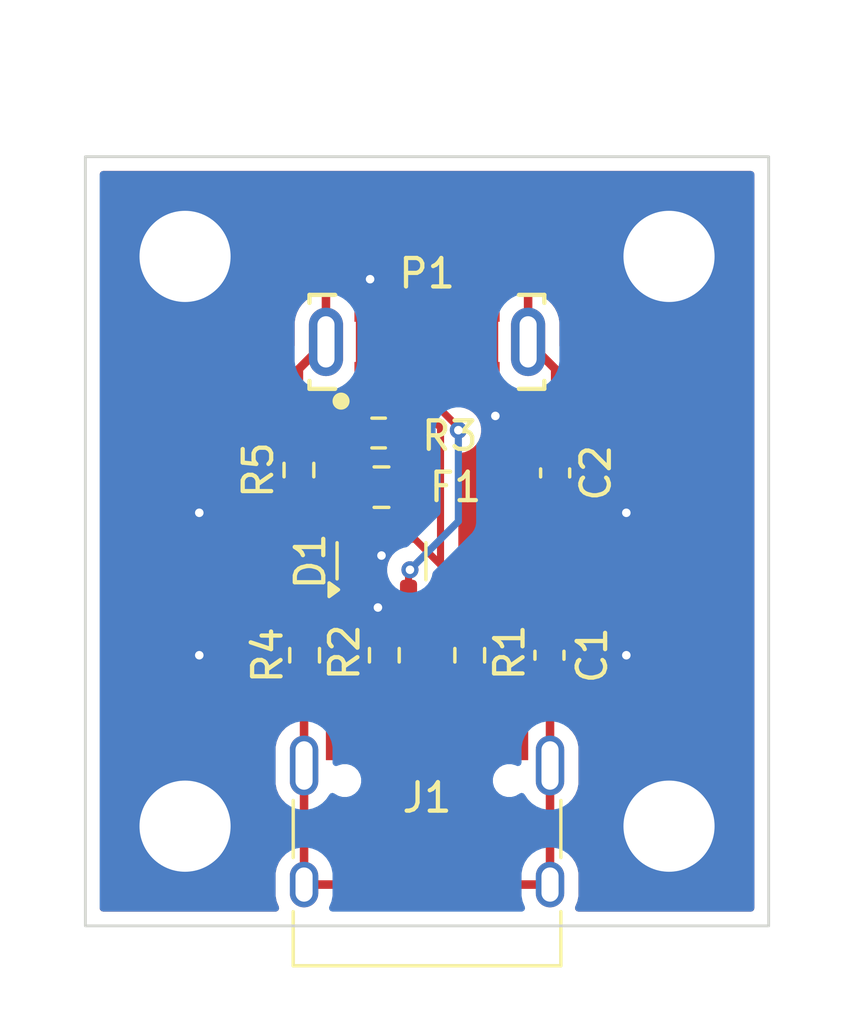
<source format=kicad_pcb>
(kicad_pcb (version 20241229) (generator "pcbnew") (generator_version "9.0")
  (layers (0 "F.Cu" signal) (2 "B.Cu" signal) (13 "F.Paste" user) (15 "B.Paste" user) (5 "F.SilkS" user "F.Silkscreen") (7 "B.SilkS" user "B.Silkscreen") (1 "F.Mask" user) (3 "B.Mask" user) (25 "Edge.Cuts" user))
  (net 0 "")
  (net 1 "Net-(J1-SHIELD)")
  (net 2 "GND")
  (net 3 "Net-(P1-SHIELD)")
  (net 4 "DN")
  (net 5 "DP")
  (net 6 "VDC")
  (net 7 "VCC")
  (net 8 "Net-(J1-CC1)")
  (net 10 "Net-(J1-CC2)")
  (net 13 "Net-(P1-CC)")
  (footprint "MountingHole:MountingHole_3.2mm_M3_ISO14580_Pad" (layer "F.Cu") (at 78.5 69)
    (property "Reference" "H4" (hide yes))
    (property "Value" "M3")
    (pad "1" thru_hole circle (at 0 0) (size 5.5 5.5) (drill 3.2) (layers "*.Cu" "*.Mask") (net 2 "GND"))
  )
  (footprint "Capacitor_SMD:C_0603_1608Metric" (layer "F.Cu") (at 74.3 83 90)
    (property "Reference" "C1" (at 0 1.5 90) (layer "F.SilkS"))
    (property "Value" "10n")
    (fp_line (start -0.14058 -0.51) (end 0.14058 -0.51) (stroke (width 0.12)) (layer "F.SilkS"))
    (fp_line (start -0.14058 0.51) (end 0.14058 0.51) (stroke (width 0.12)) (layer "F.SilkS"))
    (pad "1" smd roundrect (at -0.775 0 90) (size 0.9 0.95) (layers "F.Cu" "F.Mask" "F.Paste") (net 1 "Net-(J1-SHIELD)"))
    (pad "2" smd roundrect (at 0.775 0 90) (size 0.9 0.95) (layers "F.Cu" "F.Mask" "F.Paste") (net 2 "GND"))
  )
  (footprint "Resistor_SMD:R_0603_1608Metric" (layer "F.Cu") (at 68.3 75.2 180)
    (property "Reference" "R3" (at -2.5 -0.1 0) (layer "F.SilkS"))
    (property "Value" "36k")
    (fp_line (start -0.237258 0.5225) (end 0.237258 0.5225) (stroke (width 0.12)) (layer "F.SilkS"))
    (fp_line (start -0.237258 -0.5225) (end 0.237258 -0.5225) (stroke (width 0.12)) (layer "F.SilkS"))
    (pad "1" smd roundrect (at -0.825 0 180) (size 0.8 0.95) (layers "F.Cu" "F.Mask" "F.Paste") (net 13 "Net-(P1-CC)"))
    (pad "2" smd roundrect (at 0.825 0 180) (size 0.8 0.95) (layers "F.Cu" "F.Mask" "F.Paste") (net 7 "VCC"))
  )
  (footprint "MountingHole:MountingHole_3.2mm_M3_ISO14580_Pad" (layer "F.Cu") (at 61.5 89)
    (property "Reference" "H2" (hide yes))
    (property "Value" "M3")
    (pad "1" thru_hole circle (at 0 0) (size 5.5 5.5) (drill 3.2) (layers "*.Cu" "*.Mask") (net 2 "GND"))
  )
  (footprint "Resistor_SMD:R_0603_1608Metric" (layer "F.Cu") (at 68.5 83 -90)
    (property "Reference" "R2" (at -0.1 1.4 90) (layer "F.SilkS"))
    (property "Value" "5.1k")
    (fp_line (start -0.237258 0.5225) (end 0.237258 0.5225) (stroke (width 0.12)) (layer "F.SilkS"))
    (fp_line (start -0.237258 -0.5225) (end 0.237258 -0.5225) (stroke (width 0.12)) (layer "F.SilkS"))
    (pad "1" smd roundrect (at -0.825 0 270) (size 0.8 0.95) (layers "F.Cu" "F.Mask" "F.Paste") (net 2 "GND"))
    (pad "2" smd roundrect (at 0.825 0 270) (size 0.8 0.95) (layers "F.Cu" "F.Mask" "F.Paste") (net 8 "Net-(J1-CC1)"))
  )
  (footprint "Package_TO_SOT_SMD:SOT-143" (layer "F.Cu") (at 68.4 79.7 90)
    (property "Reference" "D1" (at 0 -2.5 90) (layer "F.SilkS"))
    (property "Value" "PRTR5V0U2X")
    (fp_line (start 0.65 -1.56) (end -0.62 -1.56) (stroke (width 0.12)) (layer "F.SilkS"))
    (fp_line (start -0.65 1.56) (end 0.65 1.56) (stroke (width 0.12)) (layer "F.SilkS"))
    (fp_poly (pts (xy -1 -1.51) (xy -1.24 -1.84) (xy -0.76 -1.84) (xy -1 -1.51)) (stroke (width 0.12)) (fill yes) (layer "F.SilkS"))
    (pad "1" smd roundrect (at -1 -0.75 90) (size 0.7 1) (layers "F.Cu" "F.Mask" "F.Paste") (net 2 "GND"))
    (pad "2" smd roundrect (at -1 0.95 90) (size 0.7 0.6) (layers "F.Cu" "F.Mask" "F.Paste") (net 4 "DN"))
    (pad "3" smd roundrect (at 1 0.95 90) (size 0.7 0.6) (layers "F.Cu" "F.Mask" "F.Paste") (net 5 "DP"))
    (pad "4" smd roundrect (at 1 -0.95 90) (size 0.7 0.6) (layers "F.Cu" "F.Mask" "F.Paste") (net 6 "VDC"))
  )
  (footprint "Connector_USB:USB_C_Receptacle_HRO_TYPE-C-31-M-12" (layer "F.Cu") (at 70 90)
    (property "Reference" "J1" (at 0 -2 0) (layer "F.SilkS"))
    (property "Value" "TYPE-C-31-M-12")
    (fp_line (start -4.7 -1.9) (end -4.7 0.1) (stroke (width 0.12)) (layer "F.SilkS"))
    (fp_line (start -4.7 2) (end -4.7 3.9) (stroke (width 0.12)) (layer "F.SilkS"))
    (fp_line (start -4.7 3.9) (end 4.7 3.9) (stroke (width 0.12)) (layer "F.SilkS"))
    (fp_line (start 4.7 -1.9) (end 4.7 0.1) (stroke (width 0.12)) (layer "F.SilkS"))
    (fp_line (start 4.7 2) (end 4.7 3.9) (stroke (width 0.12)) (layer "F.SilkS"))
    (pad "" np_thru_hole circle (at -2.89 -2.6) (size 0.65 0.65) (drill 0.65) (layers "*.Cu" "*.Mask"))
    (pad "" np_thru_hole circle (at 2.89 -2.6) (size 0.65 0.65) (drill 0.65) (layers "*.Cu" "*.Mask"))
    (pad "A1" smd rect (at -3.25 -4.045) (size 0.6 1.45) (layers "F.Cu" "F.Mask" "F.Paste") (net 2 "GND"))
    (pad "A4" smd rect (at -2.45 -4.045) (size 0.6 1.45) (layers "F.Cu" "F.Mask" "F.Paste") (net 6 "VDC"))
    (pad "A5" smd rect (at -1.25 -4.045) (size 0.3 1.45) (layers "F.Cu" "F.Mask" "F.Paste") (net 8 "Net-(J1-CC1)"))
    (pad "A6" smd rect (at -0.25 -4.045) (size 0.3 1.45) (layers "F.Cu" "F.Mask" "F.Paste") (net 5 "DP"))
    (pad "A7" smd rect (at 0.25 -4.045) (size 0.3 1.45) (layers "F.Cu" "F.Mask" "F.Paste") (net 4 "DN"))
    (pad "A8" smd rect (at 1.25 -4.045) (size 0.3 1.45) (layers "F.Cu" "F.Mask" "F.Paste"))
    (pad "A9" smd rect (at 2.45 -4.045) (size 0.6 1.45) (layers "F.Cu" "F.Mask" "F.Paste") (net 6 "VDC"))
    (pad "A12" smd rect (at 3.25 -4.045) (size 0.6 1.45) (layers "F.Cu" "F.Mask" "F.Paste") (net 2 "GND"))
    (pad "B1" smd rect (at 3.25 -4.045) (size 0.6 1.45) (layers "F.Cu" "F.Mask" "F.Paste") (net 2 "GND"))
    (pad "B4" smd rect (at 2.45 -4.045) (size 0.6 1.45) (layers "F.Cu" "F.Mask" "F.Paste") (net 6 "VDC"))
    (pad "B5" smd rect (at 1.75 -4.045) (size 0.3 1.45) (layers "F.Cu" "F.Mask" "F.Paste") (net 10 "Net-(J1-CC2)"))
    (pad "B6" smd rect (at 0.75 -4.045) (size 0.3 1.45) (layers "F.Cu" "F.Mask" "F.Paste") (net 5 "DP"))
    (pad "B7" smd rect (at -0.75 -4.045) (size 0.3 1.45) (layers "F.Cu" "F.Mask" "F.Paste") (net 4 "DN"))
    (pad "B8" smd rect (at -1.75 -4.045) (size 0.3 1.45) (layers "F.Cu" "F.Mask" "F.Paste"))
    (pad "B9" smd rect (at -2.45 -4.045) (size 0.6 1.45) (layers "F.Cu" "F.Mask" "F.Paste") (net 6 "VDC"))
    (pad "B12" smd rect (at -3.25 -4.045) (size 0.6 1.45) (layers "F.Cu" "F.Mask" "F.Paste") (net 2 "GND"))
    (pad "S1" thru_hole oval (at -4.32 -3.13) (size 1 2.1) (drill oval 0.6 1.7) (property pad_prop_heatsink) (layers "*.Cu" "*.Mask") (net 1 "Net-(J1-SHIELD)"))
    (pad "S1" thru_hole oval (at -4.32 1.05) (size 1 1.6) (drill oval 0.6 1.2) (property pad_prop_heatsink) (layers "*.Cu" "*.Mask") (net 1 "Net-(J1-SHIELD)"))
    (pad "S1" thru_hole oval (at 4.32 -3.13) (size 1 2.1) (drill oval 0.6 1.7) (property pad_prop_heatsink) (layers "*.Cu" "*.Mask") (net 1 "Net-(J1-SHIELD)"))
    (pad "S1" thru_hole oval (at 4.32 1.05) (size 1 1.6) (drill oval 0.6 1.2) (property pad_prop_heatsink) (layers "*.Cu" "*.Mask") (net 1 "Net-(J1-SHIELD)"))
  )
  (footprint "MountingHole:MountingHole_3.2mm_M3_ISO14580_Pad" (layer "F.Cu") (at 78.5 89)
    (property "Reference" "H1" (hide yes))
    (property "Value" "M3")
    (pad "1" thru_hole circle (at 0 0) (size 5.5 5.5) (drill 3.2) (layers "*.Cu" "*.Mask") (net 2 "GND"))
  )
  (footprint "Capacitor_SMD:C_0603_1608Metric" (layer "F.Cu") (at 74.5 76.6 -90)
    (property "Reference" "C2" (at 0 -1.43 90) (layer "F.SilkS"))
    (property "Value" "10n")
    (fp_line (start -0.14058 0.51) (end 0.14058 0.51) (stroke (width 0.12)) (layer "F.SilkS"))
    (fp_line (start -0.14058 -0.51) (end 0.14058 -0.51) (stroke (width 0.12)) (layer "F.SilkS"))
    (pad "1" smd roundrect (at -0.775 0 270) (size 0.9 0.95) (layers "F.Cu" "F.Mask" "F.Paste") (net 3 "Net-(P1-SHIELD)"))
    (pad "2" smd roundrect (at 0.775 0 270) (size 0.9 0.95) (layers "F.Cu" "F.Mask" "F.Paste") (net 2 "GND"))
  )
  (footprint "Resistor_SMD:R_0603_1608Metric" (layer "F.Cu") (at 65.5 76.5 90)
    (property "Reference" "R5" (at 0 -1.43 90) (layer "F.SilkS"))
    (property "Value" "1M")
    (fp_line (start -0.237258 -0.5225) (end 0.237258 -0.5225) (stroke (width 0.12)) (layer "F.SilkS"))
    (fp_line (start -0.237258 0.5225) (end 0.237258 0.5225) (stroke (width 0.12)) (layer "F.SilkS"))
    (pad "1" smd roundrect (at -0.825 0 90) (size 0.8 0.95) (layers "F.Cu" "F.Mask" "F.Paste") (net 2 "GND"))
    (pad "2" smd roundrect (at 0.825 0 90) (size 0.8 0.95) (layers "F.Cu" "F.Mask" "F.Paste") (net 3 "Net-(P1-SHIELD)"))
  )
  (footprint "usb_stand:TYPE-C-SMD_YTC-TC16S-128" (layer "F.Cu") (at 70 72 180)
    (property "Reference" "P1" (at 0 2.4 0) (layer "F.SilkS"))
    (property "Value" "YTC-TC16S-128")
    (fp_line (start 4.13 1.65) (end 3.23 1.65) (stroke (width 0.15)) (layer "F.SilkS"))
    (fp_line (start 4.13 1.37) (end 4.13 1.65) (stroke (width 0.15)) (layer "F.SilkS"))
    (fp_line (start 4.13 -1.65) (end 4.13 -1.37) (stroke (width 0.15)) (layer "F.SilkS"))
    (fp_line (start 3.23 -1.65) (end 4.13 -1.65) (stroke (width 0.15)) (layer "F.SilkS"))
    (fp_line (start -3.23 1.65) (end -4.12 1.65) (stroke (width 0.15)) (layer "F.SilkS"))
    (fp_line (start -4.12 1.65) (end -4.12 1.37) (stroke (width 0.15)) (layer "F.SilkS"))
    (fp_line (start -4.12 -1.37) (end -4.12 -1.65) (stroke (width 0.15)) (layer "F.SilkS"))
    (fp_line (start -4.12 -1.65) (end -3.23 -1.65) (stroke (width 0.15)) (layer "F.SilkS"))
    (fp_circle (center 3.02 -2.08) (end 3.17 -2.08) (stroke (width 0.3)) (fill no) (layer "F.SilkS"))
    (pad "A1" smd rect (at 2.35 -1.1 180) (size 0.4 0.79) (layers "F.Cu" "F.Mask" "F.Paste") (net 2 "GND"))
    (pad "A4" smd rect (at 1.67 -1.1 180) (size 0.4 0.79) (layers "F.Cu" "F.Mask" "F.Paste") (net 7 "VCC"))
    (pad "A5" smd rect (at 1 -1.1 180) (size 0.4 0.79) (layers "F.Cu" "F.Mask" "F.Paste") (net 13 "Net-(P1-CC)"))
    (pad "A6" smd rect (at 0.33 -1.1 180) (size 0.4 0.79) (layers "F.Cu" "F.Mask" "F.Paste") (net 5 "DP"))
    (pad "A7" smd rect (at -0.33 -1.1 180) (size 0.4 0.79) (layers "F.Cu" "F.Mask" "F.Paste") (net 4 "DN"))
    (pad "A8" smd rect (at -1 -1.1 180) (size 0.4 0.79) (layers "F.Cu" "F.Mask" "F.Paste"))
    (pad "A9" smd rect (at -1.68 -1.1 180) (size 0.4 0.79) (layers "F.Cu" "F.Mask" "F.Paste") (net 7 "VCC"))
    (pad "A12" smd rect (at -2.35 -1.1 180) (size 0.4 0.79) (layers "F.Cu" "F.Mask" "F.Paste") (net 2 "GND"))
    (pad "B1" smd rect (at -2.35 1.1) (size 0.4 0.79) (layers "F.Cu" "F.Mask" "F.Paste") (net 2 "GND"))
    (pad "B4" smd rect (at -1.68 1.1) (size 0.4 0.79) (layers "F.Cu" "F.Mask" "F.Paste") (net 7 "VCC"))
    (pad "B5" smd rect (at -1 1.1) (size 0.4 0.79) (layers "F.Cu" "F.Mask" "F.Paste"))
    (pad "B6" smd rect (at -0.33 1.1) (size 0.4 0.79) (layers "F.Cu" "F.Mask" "F.Paste"))
    (pad "B7" smd rect (at 0.33 1.1) (size 0.4 0.79) (layers "F.Cu" "F.Mask" "F.Paste"))
    (pad "B8" smd rect (at 1 1.1) (size 0.4 0.79) (layers "F.Cu" "F.Mask" "F.Paste"))
    (pad "B9" smd rect (at 1.67 1.1) (size 0.4 0.79) (layers "F.Cu" "F.Mask" "F.Paste") (net 7 "VCC"))
    (pad "B12" smd rect (at 2.35 1.1) (size 0.4 0.79) (layers "F.Cu" "F.Mask" "F.Paste") (net 2 "GND"))
    (pad "S1" thru_hole oval (at -3.55 0 180) (size 1.2 2.4) (drill oval 0.599999 1.799996) (layers "*.Cu" "*.Mask") (net 3 "Net-(P1-SHIELD)"))
    (pad "S1" thru_hole oval (at 3.55 0 180) (size 1.2 2.4) (drill oval 0.599999 1.799996) (layers "*.Cu" "*.Mask") (net 3 "Net-(P1-SHIELD)"))
  )
  (footprint "MountingHole:MountingHole_3.2mm_M3_ISO14580_Pad" (layer "F.Cu") (at 61.5 69)
    (property "Reference" "H3" (hide yes))
    (property "Value" "M3")
    (pad "1" thru_hole circle (at 0 0) (size 5.5 5.5) (drill 3.2) (layers "*.Cu" "*.Mask") (net 2 "GND"))
  )
  (footprint "Fuse:Fuse_0805_2012Metric" (layer "F.Cu") (at 68.4 77.1 180)
    (property "Reference" "F1" (at -2.6 0 0) (layer "F.SilkS"))
    (property "Value" "SMD0805B100TFT")
    (fp_line (start -0.258578 0.71) (end 0.258578 0.71) (stroke (width 0.12)) (layer "F.SilkS"))
    (fp_line (start -0.258578 -0.71) (end 0.258578 -0.71) (stroke (width 0.12)) (layer "F.SilkS"))
    (pad "1" smd roundrect (at -0.9375 0 180) (size 0.975 1.4) (layers "F.Cu" "F.Mask" "F.Paste") (net 6 "VDC"))
    (pad "2" smd roundrect (at 0.9375 0 180) (size 0.975 1.4) (layers "F.Cu" "F.Mask" "F.Paste") (net 7 "VCC"))
  )
  (footprint "Resistor_SMD:R_0603_1608Metric" (layer "F.Cu") (at 65.7 83 -90)
    (property "Reference" "R4" (at 0 1.3 90) (layer "F.SilkS"))
    (property "Value" "1M")
    (fp_line (start -0.237258 0.5225) (end 0.237258 0.5225) (stroke (width 0.12)) (layer "F.SilkS"))
    (fp_line (start -0.237258 -0.5225) (end 0.237258 -0.5225) (stroke (width 0.12)) (layer "F.SilkS"))
    (pad "1" smd roundrect (at -0.825 0 270) (size 0.8 0.95) (layers "F.Cu" "F.Mask" "F.Paste") (net 2 "GND"))
    (pad "2" smd roundrect (at 0.825 0 270) (size 0.8 0.95) (layers "F.Cu" "F.Mask" "F.Paste") (net 1 "Net-(J1-SHIELD)"))
  )
  (footprint "Resistor_SMD:R_0603_1608Metric" (layer "F.Cu") (at 71.5 83 -90)
    (property "Reference" "R1" (at -0.1 -1.4 90) (layer "F.SilkS"))
    (property "Value" "5.1k")
    (fp_line (start -0.237258 0.5225) (end 0.237258 0.5225) (stroke (width 0.12)) (layer "F.SilkS"))
    (fp_line (start -0.237258 -0.5225) (end 0.237258 -0.5225) (stroke (width 0.12)) (layer "F.SilkS"))
    (pad "1" smd roundrect (at -0.825 0 270) (size 0.8 0.95) (layers "F.Cu" "F.Mask" "F.Paste") (net 2 "GND"))
    (pad "2" smd roundrect (at 0.825 0 270) (size 0.8 0.95) (layers "F.Cu" "F.Mask" "F.Paste") (net 10 "Net-(J1-CC2)"))
  )
  (gr_rect (start 58 65.499999) (end 82 92.5) (stroke (width 0.1)) (fill no) (layer "Edge.Cuts"))
  (segment (start 74.32 83.795) (end 74.3 83.775) (width 0.3) (layer "F.Cu") (net 1))
  (segment (start 65.68 91.05) (end 74.32 91.05) (width 0.3) (layer "F.Cu") (net 1))
  (segment (start 65.68 91.05) (end 65.68 83.845) (width 0.3) (layer "F.Cu") (net 1))
  (segment (start 74.32 91.05) (end 74.32 83.795) (width 0.3) (layer "F.Cu") (net 1))
  (segment (start 65.68 83.845) (end 65.7 83.825) (width 0.3) (layer "F.Cu") (net 1))
  (segment (start 72.35 70.9) (end 72.35 74.55) (width 0.3) (layer "F.Cu") (net 2))
  (segment (start 66.75 85.955) (end 66.75 83.225) (width 0.3) (layer "F.Cu") (net 2))
  (segment (start 72.35 74.55) (end 72.4 74.6) (width 0.3) (layer "F.Cu") (net 2))
  (segment (start 68.5 81.55) (end 68.275 81.325) (width 0.3) (layer "F.Cu") (net 2))
  (segment (start 67.65 70.9) (end 67.65 70.15) (width 0.3) (layer "F.Cu") (net 2))
  (segment (start 66.75 83.225) (end 65.7 82.175) (width 0.3) (layer "F.Cu") (net 2))
  (segment (start 67.65 70.15) (end 68 69.8) (width 0.3) (layer "F.Cu") (net 2))
  (segment (start 68.275 81.325) (end 67.65 80.7) (width 0.3) (layer "F.Cu") (net 2))
  (segment (start 68.5 82.175) (end 68.5 81.55) (width 0.3) (layer "F.Cu") (net 2))
  (segment (start 67.65 70.9) (end 67.65 73.1) (width 0.3) (layer "F.Cu") (net 2))
  (via (at 62 83) (size 0.6) (drill 0.3) (layers "F.Cu" "B.Cu") (net 2))
  (via (at 77 83) (size 0.6) (drill 0.3) (layers "F.Cu" "B.Cu") (net 2))
  (via (at 72.4 74.6) (size 0.6) (drill 0.3) (layers "F.Cu" "B.Cu") (net 2))
  (via (at 62 78) (size 0.6) (drill 0.3) (layers "F.Cu" "B.Cu") (net 2))
  (via (at 68.4 79.5) (size 0.6) (drill 0.3) (layers "F.Cu" "B.Cu") (net 2))
  (via (at 68.275 81.325) (size 0.6) (drill 0.3) (layers "F.Cu" "B.Cu") (net 2))
  (via (at 77 78) (size 0.6) (drill 0.3) (layers "F.Cu" "B.Cu") (net 2))
  (via (at 68 69.8) (size 0.6) (drill 0.3) (layers "F.Cu" "B.Cu") (net 2))
  (segment (start 72.4 69) (end 73.55 70.15) (width 0.3) (layer "F.Cu") (net 3))
  (segment (start 74.5 75.825) (end 74.5 72.95) (width 0.3) (layer "F.Cu") (net 3))
  (segment (start 65.5 75.675) (end 65.5 72.95) (width 0.3) (layer "F.Cu") (net 3))
  (segment (start 67.5 69) (end 72.4 69) (width 0.3) (layer "F.Cu") (net 3))
  (segment (start 65.5 72.95) (end 66.45 72) (width 0.3) (layer "F.Cu") (net 3))
  (segment (start 73.55 70.15) (end 73.55 72) (width 0.3) (layer "F.Cu") (net 3))
  (segment (start 66.45 72) (end 66.45 70.05) (width 0.3) (layer "F.Cu") (net 3))
  (segment (start 74.5 72.95) (end 73.55 72) (width 0.3) (layer "F.Cu") (net 3))
  (segment (start 66.45 70.05) (end 67.5 69) (width 0.3) (layer "F.Cu") (net 3))
  (segment (start 70.33 74.23) (end 70.33 73.1) (width 0.25) (layer "F.Cu") (net 4))
  (segment (start 69.35 80.7) (end 69.35 80.05) (width 0.25) (layer "F.Cu") (net 4))
  (segment (start 71.1 75.1) (end 71.1 75) (width 0.25) (layer "F.Cu") (net 4))
  (segment (start 69.25 85.955) (end 69.25 84.75) (width 0.25) (layer "F.Cu") (net 4))
  (segment (start 71.1 75) (end 70.33 74.23) (width 0.25) (layer "F.Cu") (net 4))
  (segment (start 69.35 84.5) (end 69.35 80.7) (width 0.25) (layer "F.Cu") (net 4))
  (segment (start 70.25 85.955) (end 70.25 84.75) (width 0.25) (layer "F.Cu") (net 4))
  (segment (start 69.35 80.05) (end 69.4 80) (width 0.25) (layer "F.Cu") (net 4))
  (segment (start 70.25 84.75) (end 70 84.5) (width 0.25) (layer "F.Cu") (net 4))
  (segment (start 70 84.5) (end 69.35 84.5) (width 0.25) (layer "F.Cu") (net 4))
  (segment (start 69.35 84.65) (end 69.35 84.5) (width 0.25) (layer "F.Cu") (net 4))
  (segment (start 69.25 84.75) (end 69.35 84.65) (width 0.25) (layer "F.Cu") (net 4))
  (via (at 69.4 80) (size 0.6) (drill 0.3) (layers "F.Cu" "B.Cu") (net 4))
  (via (at 71.1 75.1) (size 0.6) (drill 0.3) (layers "F.Cu" "B.Cu") (net 4))
  (segment (start 71.1 75.1) (end 71.1 78.3) (width 0.25) (layer "B.Cu") (net 4))
  (segment (start 71.1 78.3) (end 69.4 80) (width 0.25) (layer "B.Cu") (net 4))
  (segment (start 70.474 79.824) (end 70.474 75.01181) (width 0.25) (layer "F.Cu") (net 5))
  (segment (start 70.699 80.049) (end 69.35 78.7) (width 0.25) (layer "F.Cu") (net 5))
  (segment (start 69.67 74.20781) (end 69.67 73.1) (width 0.25) (layer "F.Cu") (net 5))
  (segment (start 69.75 86.982) (end 69.968 87.2) (width 0.25) (layer "F.Cu") (net 5))
  (segment (start 69.75 85.955) (end 69.75 86.982) (width 0.25) (layer "F.Cu") (net 5))
  (segment (start 70.75 86.95) (end 70.75 85.955) (width 0.25) (layer "F.Cu") (net 5))
  (segment (start 70.699 84.248418) (end 70.699 80.049) (width 0.25) (layer "F.Cu") (net 5))
  (segment (start 70.5 87.2) (end 70.75 86.95) (width 0.25) (layer "F.Cu") (net 5))
  (segment (start 70.75 84.299418) (end 70.699 84.248418) (width 0.25) (layer "F.Cu") (net 5))
  (segment (start 70.699 80.049) (end 70.474 79.824) (width 0.25) (layer "F.Cu") (net 5))
  (segment (start 69.968 87.2) (end 70.5 87.2) (width 0.25) (layer "F.Cu") (net 5))
  (segment (start 70.75 85.955) (end 70.75 84.299418) (width 0.25) (layer "F.Cu") (net 5))
  (segment (start 70.474 75.01181) (end 69.67 74.20781) (width 0.25) (layer "F.Cu") (net 5))
  (segment (start 72.45 86.813281) (end 71.587281 87.676) (width 0.3) (layer "F.Cu") (net 6))
  (segment (start 67.45 78.7) (end 67.7375 78.7) (width 0.3) (layer "F.Cu") (net 6))
  (segment (start 67.749 86.154) (end 67.55 85.955) (width 0.3) (layer "F.Cu") (net 6))
  (segment (start 66.799 81.097726) (end 66.799 79.351) (width 0.3) (layer "F.Cu") (net 6))
  (segment (start 72.45 85.955) (end 72.45 86.813281) (width 0.3) (layer "F.Cu") (net 6))
  (segment (start 66.799 79.351) (end 67.45 78.7) (width 0.3) (layer "F.Cu") (net 6))
  (segment (start 71.587281 87.676) (end 68.394 87.676) (width 0.3) (layer "F.Cu") (net 6))
  (segment (start 67.7375 78.7) (end 69.3375 77.1) (width 0.3) (layer "F.Cu") (net 6))
  (segment (start 67.55 85.955) (end 67.55 81.848726) (width 0.3) (layer "F.Cu") (net 6))
  (segment (start 67.749 87.031) (end 67.749 86.154) (width 0.3) (layer "F.Cu") (net 6))
  (segment (start 68.394 87.676) (end 67.749 87.031) (width 0.3) (layer "F.Cu") (net 6))
  (segment (start 67.55 81.848726) (end 66.799 81.097726) (width 0.3) (layer "F.Cu") (net 6))
  (segment (start 68.33 73.1) (end 68.33 72.455) (width 0.25) (layer "F.Cu") (net 7))
  (segment (start 68.33 72.455) (end 68.785 72) (width 0.25) (layer "F.Cu") (net 7))
  (segment (start 71.147 72) (end 71.68 71.467) (width 0.25) (layer "F.Cu") (net 7))
  (segment (start 71.147 72) (end 71.68 72.533) (width 0.25) (layer "F.Cu") (net 7))
  (segment (start 67.4625 77.1) (end 67.4625 75.2125) (width 0.25) (layer "F.Cu") (net 7))
  (segment (start 68.33 73.1) (end 68.33 70.9) (width 0.25) (layer "F.Cu") (net 7))
  (segment (start 71.68 72.533) (end 71.68 73.1) (width 0.25) (layer "F.Cu") (net 7))
  (segment (start 68.785 72) (end 71.147 72) (width 0.25) (layer "F.Cu") (net 7))
  (segment (start 67.4625 75.2125) (end 67.475 75.2) (width 0.25) (layer "F.Cu") (net 7))
  (segment (start 67.475 75.2) (end 68.33 74.345) (width 0.25) (layer "F.Cu") (net 7))
  (segment (start 71.68 71.467) (end 71.68 70.9) (width 0.25) (layer "F.Cu") (net 7))
  (segment (start 68.33 74.345) (end 68.33 73.1) (width 0.25) (layer "F.Cu") (net 7))
  (segment (start 68.75 84.075) (end 68.5 83.825) (width 0.3) (layer "F.Cu") (net 8))
  (segment (start 68.75 85.955) (end 68.75 84.075) (width 0.3) (layer "F.Cu") (net 8))
  (segment (start 71.75 84.075) (end 71.5 83.825) (width 0.3) (layer "F.Cu") (net 10))
  (segment (start 71.75 85.955) (end 71.75 84.075) (width 0.3) (layer "F.Cu") (net 10))
  (segment (start 69.125 75.2) (end 69.125 73.225) (width 0.25) (layer "F.Cu") (net 13))
  (segment (start 69.125 73.225) (end 69 73.1) (width 0.25) (layer "F.Cu") (net 13))
  (zone (net 2) (net_name "GND") (layers "F.Cu" "B.Cu") (connect_pads (clearance 0.5)) (min_thickness 0.25) (fill yes (thermal_gap 0.5) (thermal_bridge_width 0.5))
    (polygon (pts (xy 55 60) (xy 55 95) (xy 85 95) (xy 85 60)))
  )
)
</source>
